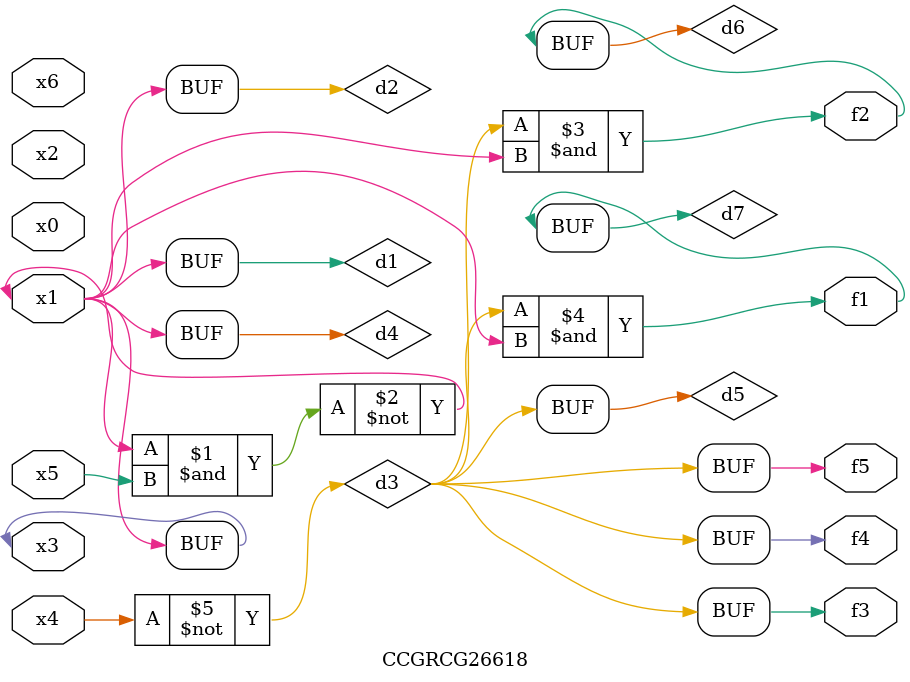
<source format=v>
module CCGRCG26618(
	input x0, x1, x2, x3, x4, x5, x6,
	output f1, f2, f3, f4, f5
);

	wire d1, d2, d3, d4, d5, d6, d7;

	buf (d1, x1, x3);
	nand (d2, x1, x5);
	not (d3, x4);
	buf (d4, d1, d2);
	buf (d5, d3);
	and (d6, d3, d4);
	and (d7, d3, d4);
	assign f1 = d7;
	assign f2 = d6;
	assign f3 = d5;
	assign f4 = d5;
	assign f5 = d5;
endmodule

</source>
